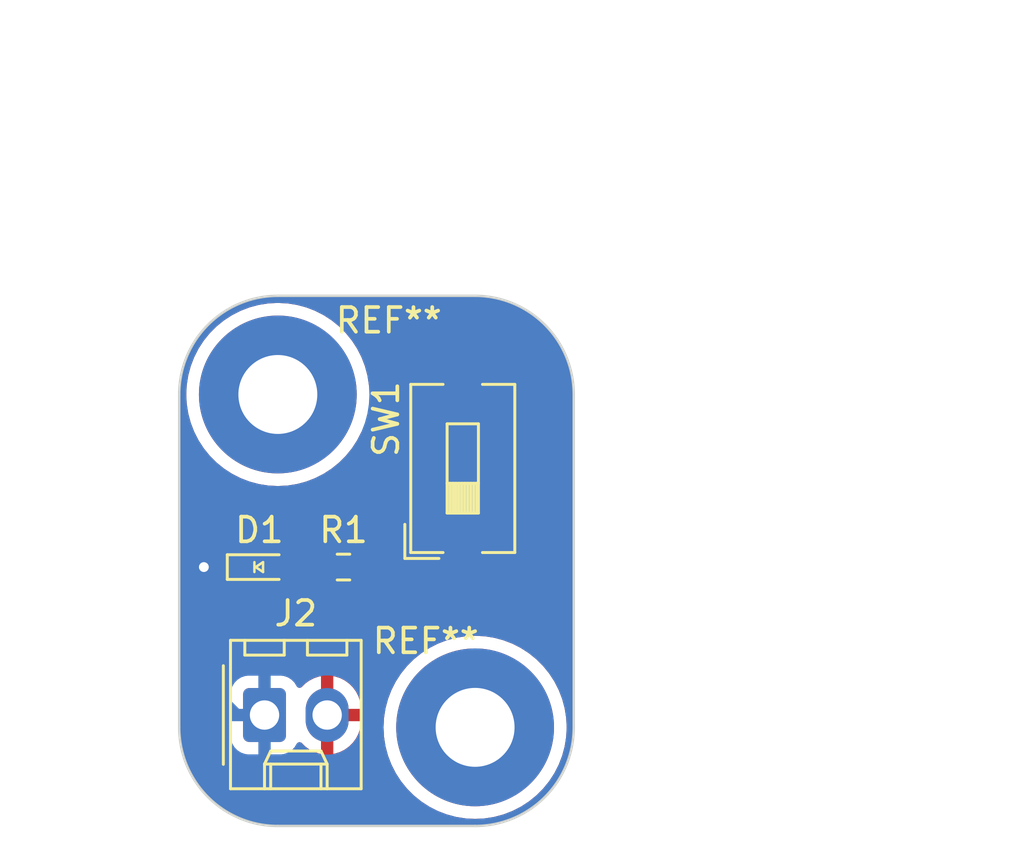
<source format=kicad_pcb>
(kicad_pcb (version 20240108) (generator "pcbnew") (generator_version "8.0")
  (title_block (title "Project 1") (date "2022-08-16") (rev "0.0") (company "Illini Solar Car") (comment 1 "Designed By: Joseph Wang"))
  (layers (0 "F.Cu" signal) (31 "B.Cu" signal) (34 "B.Paste" user) (35 "F.Paste" user) (36 "B.SilkS" user "B.Silkscreen") (37 "F.SilkS" user "F.Silkscreen") (38 "B.Mask" user) (39 "F.Mask" user) (44 "Edge.Cuts" user))
  (net 0 "")
  (net 1 "Net-(D1-A)")
  (net 2 "GND")
  (net 3 "+3V3")
  (net 4 "Net-(R1-Pad2)")
  (footprint "MountingHole:MountingHole_3.2mm_M3_Pad" (layer "F.Cu") (at 141.5 107.5)
    (property "Reference" "REF**" (at -2 -3.5 0) (layer "F.SilkS"))
    (property "Value" "MountingHole_3.2mm_M3_Pad")
    (pad "1" thru_hole circle (at 0 0) (size 6.4 6.4) (drill 3.2) (layers "*.Cu" "*.Mask"))
  )
  (footprint "Connector_Molex:Molex_KK-254_AE-6410-02A_1x02_P2.54mm_Vertical" (layer "F.Cu") (at 132.96 107)
    (property "Reference" "J2" (at 1.27 -4.12 0) (layer "F.SilkS"))
    (property "Value" "Conn_01x02")
    (fp_line (start -1.67 -2) (end -1.67 2) (stroke (width 0.12)) (layer "F.SilkS"))
    (fp_line (start -1.38 -3.03) (end -1.38 2.99) (stroke (width 0.12)) (layer "F.SilkS"))
    (fp_line (start -1.38 2.99) (end 3.92 2.99) (stroke (width 0.12)) (layer "F.SilkS"))
    (fp_line (start -0.8 -3.03) (end -0.8 -2.43) (stroke (width 0.12)) (layer "F.SilkS"))
    (fp_line (start -0.8 -2.43) (end 0.8 -2.43) (stroke (width 0.12)) (layer "F.SilkS"))
    (fp_line (start 0 1.99) (end 0.25 1.46) (stroke (width 0.12)) (layer "F.SilkS"))
    (fp_line (start 0 1.99) (end 2.54 1.99) (stroke (width 0.12)) (layer "F.SilkS"))
    (fp_line (start 0 2.99) (end 0 1.99) (stroke (width 0.12)) (layer "F.SilkS"))
    (fp_line (start 0.25 1.46) (end 2.29 1.46) (stroke (width 0.12)) (layer "F.SilkS"))
    (fp_line (start 0.25 2.99) (end 0.25 1.99) (stroke (width 0.12)) (layer "F.SilkS"))
    (fp_line (start 0.8 -2.43) (end 0.8 -3.03) (stroke (width 0.12)) (layer "F.SilkS"))
    (fp_line (start 1.74 -3.03) (end 1.74 -2.43) (stroke (width 0.12)) (layer "F.SilkS"))
    (fp_line (start 1.74 -2.43) (end 3.34 -2.43) (stroke (width 0.12)) (layer "F.SilkS"))
    (fp_line (start 2.29 1.46) (end 2.54 1.99) (stroke (width 0.12)) (layer "F.SilkS"))
    (fp_line (start 2.29 2.99) (end 2.29 1.99) (stroke (width 0.12)) (layer "F.SilkS"))
    (fp_line (start 2.54 1.99) (end 2.54 2.99) (stroke (width 0.12)) (layer "F.SilkS"))
    (fp_line (start 3.34 -2.43) (end 3.34 -3.03) (stroke (width 0.12)) (layer "F.SilkS"))
    (fp_line (start 3.92 -3.03) (end -1.38 -3.03) (stroke (width 0.12)) (layer "F.SilkS"))
    (fp_line (start 3.92 2.99) (end 3.92 -3.03) (stroke (width 0.12)) (layer "F.SilkS"))
    (pad "1" thru_hole roundrect (at 0 0) (size 1.74 2.19) (drill 1.19) (layers "*.Cu" "*.Mask") (roundrect_rratio 0.143678) (net 2 "GND"))
    (pad "2" thru_hole oval (at 2.54 0) (size 1.74 2.19) (drill 1.19) (layers "*.Cu" "*.Mask") (net 3 "+3V3"))
  )
  (footprint "layout:LED_0603_Symbol_on_F.SilkS" (layer "F.Cu") (at 132.75 101)
    (property "Reference" "D1" (at 0 -1.5 360) (layer "F.SilkS"))
    (property "Value" "LED_BLUE")
    (fp_line (start -1.3 -0.5) (end -1.3 0.5) (stroke (width 0.12)) (layer "F.SilkS"))
    (fp_line (start -1.3 -0.5) (end 0.8 -0.5) (stroke (width 0.12)) (layer "F.SilkS"))
    (fp_line (start -1.3 0.5) (end 0.8 0.5) (stroke (width 0.12)) (layer "F.SilkS"))
    (fp_line (start -0.2 -0.2) (end -0.2 0.2) (stroke (width 0.1)) (layer "F.SilkS"))
    (fp_line (start -0.15 0) (end 0.15 -0.2) (stroke (width 0.1)) (layer "F.SilkS"))
    (fp_line (start 0.15 -0.2) (end 0.15 0.2) (stroke (width 0.1)) (layer "F.SilkS"))
    (fp_line (start 0.15 0.2) (end -0.15 0) (stroke (width 0.1)) (layer "F.SilkS"))
    (pad "1" smd rect (at -0.8 0 180) (size 0.8 0.8) (layers "F.Cu" "F.Paste" "F.Mask") (net 2 "GND"))
    (pad "2" smd rect (at 0.8 0 180) (size 0.8 0.8) (layers "F.Cu" "F.Paste" "F.Mask") (net 1 "Net-(D1-A)"))
  )
  (footprint "MountingHole:MountingHole_3.2mm_M3_Pad" (layer "F.Cu") (at 133.5 94)
    (property "Reference" "REF**" (at 4.5 -3 0) (layer "F.SilkS"))
    (property "Value" "MountingHole_3.2mm_M3_Pad")
    (pad "1" thru_hole circle (at 0 0) (size 6.4 6.4) (drill 3.2) (layers "*.Cu" "*.Mask"))
  )
  (footprint "Resistor_SMD:R_0603_1608Metric_Pad0.98x0.95mm_HandSolder" (layer "F.Cu") (at 136.1625 101)
    (property "Reference" "R1" (at 0 -1.5 360) (layer "F.SilkS"))
    (property "Value" "105")
    (fp_line (start -0.254724 -0.5225) (end 0.254724 -0.5225) (stroke (width 0.12)) (layer "F.SilkS"))
    (fp_line (start -0.254724 0.5225) (end 0.254724 0.5225) (stroke (width 0.12)) (layer "F.SilkS"))
    (pad "1" smd roundrect (at -0.9125 0) (size 0.975 0.95) (layers "F.Cu" "F.Paste" "F.Mask") (net 1 "Net-(D1-A)"))
    (pad "2" smd roundrect (at 0.9125 0) (size 0.975 0.95) (layers "F.Cu" "F.Paste" "F.Mask") (net 4 "Net-(R1-Pad2)"))
  )
  (footprint "Button_Switch_SMD:SW_DIP_SPSTx01_Slide_6.7x4.1mm_W8.61mm_P2.54mm_LowProfile" (layer "F.Cu") (at 141 97 90)
    (property "Reference" "SW1" (at 2 -3.11 90) (layer "F.SilkS"))
    (property "Value" "SW_Push")
    (fp_line (start -3.65 -2.35) (end -2.267 -2.35) (stroke (width 0.12)) (layer "F.SilkS"))
    (fp_line (start -3.65 -2.35) (end -3.65 -0.967) (stroke (width 0.12)) (layer "F.SilkS"))
    (fp_line (start 3.41 -2.11) (end 3.41 -0.8) (stroke (width 0.12)) (layer "F.SilkS"))
    (fp_line (start -3.41 -2.11) (end 3.41 -2.11) (stroke (width 0.12)) (layer "F.SilkS"))
    (fp_line (start -3.41 -2.11) (end -3.41 -0.8) (stroke (width 0.12)) (layer "F.SilkS"))
    (fp_line (start 1.81 -0.635) (end -1.81 -0.635) (stroke (width 0.12)) (layer "F.SilkS"))
    (fp_line (start -0.603333 -0.635) (end -0.603333 0.635) (stroke (width 0.12)) (layer "F.SilkS"))
    (fp_line (start -1.81 -0.635) (end -1.81 0.635) (stroke (width 0.12)) (layer "F.SilkS"))
    (fp_line (start -1.81 -0.515) (end -0.603333 -0.515) (stroke (width 0.12)) (layer "F.SilkS"))
    (fp_line (start -1.81 -0.395) (end -0.603333 -0.395) (stroke (width 0.12)) (layer "F.SilkS"))
    (fp_line (start -1.81 -0.275) (end -0.603333 -0.275) (stroke (width 0.12)) (layer "F.SilkS"))
    (fp_line (start -1.81 -0.155) (end -0.603333 -0.155) (stroke (width 0.12)) (layer "F.SilkS"))
    (fp_line (start -1.81 -0.035) (end -0.603333 -0.035) (stroke (width 0.12)) (layer "F.SilkS"))
    (fp_line (start -1.81 0.085) (end -0.603333 0.085) (stroke (width 0.12)) (layer "F.SilkS"))
    (fp_line (start -1.81 0.205) (end -0.603333 0.205) (stroke (width 0.12)) (layer "F.SilkS"))
    (fp_line (start -1.81 0.325) (end -0.603333 0.325) (stroke (width 0.12)) (layer "F.SilkS"))
    (fp_line (start -1.81 0.445) (end -0.603333 0.445) (stroke (width 0.12)) (layer "F.SilkS"))
    (fp_line (start -1.81 0.565) (end -0.603333 0.565) (stroke (width 0.12)) (layer "F.SilkS"))
    (fp_line (start 1.81 0.635) (end 1.81 -0.635) (stroke (width 0.12)) (layer "F.SilkS"))
    (fp_line (start -1.81 0.635) (end 1.81 0.635) (stroke (width 0.12)) (layer "F.SilkS"))
    (fp_line (start 3.41 0.8) (end 3.41 2.11) (stroke (width 0.12)) (layer "F.SilkS"))
    (fp_line (start -3.41 0.8) (end -3.41 2.11) (stroke (width 0.12)) (layer "F.SilkS"))
    (fp_line (start -3.41 2.11) (end 3.41 2.11) (stroke (width 0.12)) (layer "F.SilkS"))
    (pad "1" smd rect (at -4.305 0 90) (size 2.44 1.12) (layers "F.Cu" "F.Paste" "F.Mask") (net 3 "+3V3"))
    (pad "2" smd rect (at 4.305 0 90) (size 2.44 1.12) (layers "F.Cu" "F.Paste" "F.Mask") (net 4 "Net-(R1-Pad2)"))
  )
  (gr_line (start 133.5 90) (end 141.5 90) (stroke (width 0.1)) (layer "Edge.Cuts"))
  (gr_arc (start 133.5 111.5) (mid 130.671573 110.328427) (end 129.5 107.5) (stroke (width 0.1)) (layer "Edge.Cuts"))
  (gr_line (start 129.5 94) (end 129.5 107.5) (stroke (width 0.1)) (layer "Edge.Cuts"))
  (gr_arc (start 141.5 90) (mid 144.328427 91.171573) (end 145.5 94) (stroke (width 0.1)) (layer "Edge.Cuts"))
  (gr_line (start 145.5 94) (end 145.5 107.5) (stroke (width 0.1)) (layer "Edge.Cuts"))
  (gr_arc (start 129.5 94) (mid 130.671573 91.171573) (end 133.5 90) (stroke (width 0.1)) (layer "Edge.Cuts"))
  (gr_arc (start 145.5 107.5) (mid 144.328427 110.328427) (end 141.5 111.5) (stroke (width 0.1)) (layer "Edge.Cuts"))
  (gr_line (start 141.5 111.5) (end 133.5 111.5) (stroke (width 0.1)) (layer "Edge.Cuts"))
  (segment (start 135.25 101) (end 133.55 101) (width 0.25) (layer "F.Cu") (net 1))
  (segment (start 131.95 101) (end 130.5 101) (width 0.25) (layer "F.Cu") (net 2))
  (via (at 130.5 101) (size 0.8) (drill 0.4) (layers "F.Cu" "B.Cu") (net 2))
  (segment (start 132 107) (end 130.5 105.5) (width 0.25) (layer "B.Cu") (net 2))
  (segment (start 130.5 105.5) (end 130.5 101) (width 0.25) (layer "B.Cu") (net 2))
  (segment (start 132.96 107) (end 132 107) (width 0.25) (layer "B.Cu") (net 2))
  (segment (start 137.075 97.675) (end 137.075 101) (width 0.25) (layer "F.Cu") (net 4))
  (segment (start 137.75 97) (end 137.075 97.675) (width 0.25) (layer "F.Cu") (net 4))
  (segment (start 137.75 94.25) (end 137.75 97) (width 0.25) (layer "F.Cu") (net 4))
  (segment (start 141 92.695) (end 139.305 92.695) (width 0.25) (layer "F.Cu") (net 4))
  (segment (start 139.305 92.695) (end 137.75 94.25) (width 0.25) (layer "F.Cu") (net 4))
  (zone (net 3) (net_name "+3V3") (layer "F.Cu") (connect_pads (clearance 0.508)) (min_thickness 0.25) (fill yes (thermal_gap 0.5) (thermal_bridge_width 0.5))
    (polygon (pts (xy 129.5 90) (xy 145.5 90) (xy 145.5 111.5) (xy 129.5 111.5)))
  )
  (zone (net 2) (net_name "GND") (layer "B.Cu") (priority 1) (connect_pads (clearance 0.508)) (min_thickness 0.25) (fill yes (thermal_gap 0.5) (thermal_bridge_width 0.5))
    (polygon (pts (xy 145.5 90) (xy 145.5 111.5) (xy 129.5 111.5) (xy 129.5 90)))
  )
)
</source>
